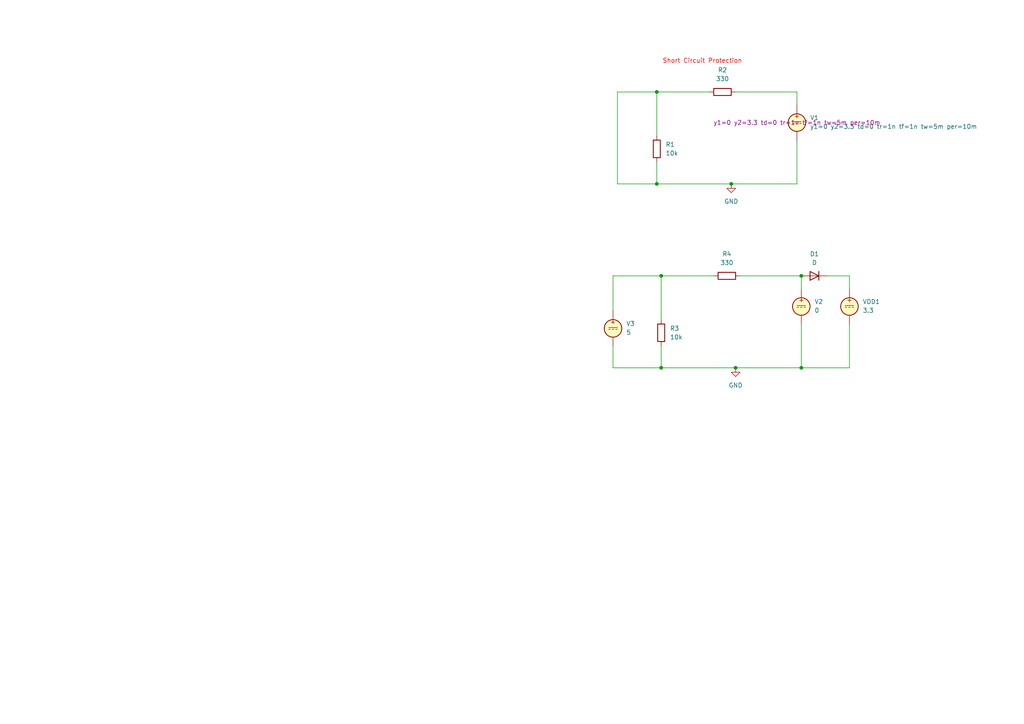
<source format=kicad_sch>
(kicad_sch (version 20250114) (generator "eeschema") (generator_version "9.0")
  (paper "A4")
  (lib_symbols
    (symbol "Device:D" (pin_numbers (hide yes)) (pin_names (offset 1.016) (hide yes))
      (property "Reference" "D" (at 0 2.54 0))
      (property "Value" "D" (at 0 -2.54 0))
      (symbol "D_0_1"
        (polyline (pts (xy -1.27 1.27) (xy -1.27 -1.27)) (stroke (width 0.254)))
        (polyline (pts (xy 1.27 1.27) (xy 1.27 -1.27) (xy -1.27 0) (xy 1.27 1.27)) (stroke (width 0.254)))
        (polyline (pts (xy 1.27 0) (xy -1.27 0)))
      )
      (symbol "D_1_1"
        (pin passive line (at -3.81 0 0) (length 2.54) (name "K") (number "1"))
        (pin passive line (at 3.81 0 180) (length 2.54) (name "A") (number "2"))
      )
    )
    (symbol "Device:R" (pin_numbers (hide yes)) (pin_names (offset 0))
      (property "Reference" "R" (at 2.032 0 90))
      (property "Value" "R" (at 0 0 90))
      (symbol "R_0_1"
        (rectangle (start -1.016 -2.54) (end 1.016 2.54) (stroke (width 0.254)))
      )
      (symbol "R_1_1"
        (pin passive line (at 0 3.81 270) (length 1.27) (name "~") (number "1"))
        (pin passive line (at 0 -3.81 90) (length 1.27) (name "~") (number "2"))
      )
    )
    (symbol "Simulation_SPICE:VDC" (pin_numbers (hide yes)) (pin_names (offset 0.0254))
      (property "Reference" "V" (at 2.54 2.54 0))
      (property "Value" "1" (at 2.54 0 0))
      (symbol "VDC_0_0"
        (polyline (pts (xy -1.27 0.254) (xy 1.27 0.254)))
        (polyline (pts (xy -0.762 -0.254) (xy -1.27 -0.254)))
        (polyline (pts (xy 0.254 -0.254) (xy -0.254 -0.254)))
        (polyline (pts (xy 1.27 -0.254) (xy 0.762 -0.254)))
        (text "+" (at 0 1.905 0) (effects (font (size 1.27 1.27))))
      )
      (symbol "VDC_0_1"
        (circle (center 0 0) (radius 2.54) (stroke (width 0.254)) (fill (type background)))
      )
      (symbol "VDC_1_1"
        (pin passive line (at 0 5.08 270) (length 2.54) (name "~") (number "1"))
        (pin passive line (at 0 -5.08 90) (length 2.54) (name "~") (number "2"))
      )
    )
    (symbol "power:GND" (power) (pin_numbers (hide yes)) (pin_names (offset 0) (hide yes))
      (property "Value" "GND" (at 0 -3.81 0))
      (symbol "GND_0_1"
        (polyline (pts (xy 0 0) (xy 0 -1.27) (xy 1.27 -1.27) (xy 0 -2.54) (xy -1.27 -1.27) (xy 0 -1.27)))
      )
      (symbol "GND_1_1"
        (pin power_in line (at 0 0 270) (length 0) (name "~") (number "1"))
      )
    )
  )
  (text "Short Circuit Protection" (at 203.708 17.78 0) (effects (font (size 1.27 1.27))))
  (junction (at 191.77 80.01))
  (junction (at 232.41 106.68))
  (junction (at 212.09 53.34))
  (junction (at 190.5 26.67))
  (junction (at 191.77 106.68))
  (junction (at 232.41 80.01))
  (junction (at 190.5 53.34))
  (junction (at 213.36 106.68))
  (wire (pts (xy 179.07 26.67) (xy 179.07 53.34)))
  (wire (pts (xy 177.8 106.68) (xy 191.77 106.68)))
  (wire (pts (xy 191.77 80.01) (xy 207.01 80.01)))
  (wire (pts (xy 191.77 100.33) (xy 191.77 106.68)))
  (wire (pts (xy 190.5 26.67) (xy 205.74 26.67)))
  (wire (pts (xy 231.14 40.64) (xy 231.14 53.34)))
  (wire (pts (xy 232.41 80.01) (xy 232.41 83.82)))
  (wire (pts (xy 240.03 80.01) (xy 246.38 80.01)))
  (wire (pts (xy 212.09 53.34) (xy 190.5 53.34)))
  (wire (pts (xy 232.41 106.68) (xy 213.36 106.68)))
  (wire (pts (xy 231.14 26.67) (xy 231.14 30.48)))
  (wire (pts (xy 246.38 93.98) (xy 246.38 106.68)))
  (wire (pts (xy 179.07 53.34) (xy 190.5 53.34)))
  (wire (pts (xy 246.38 106.68) (xy 232.41 106.68)))
  (wire (pts (xy 231.14 53.34) (xy 212.09 53.34)))
  (wire (pts (xy 191.77 106.68) (xy 213.36 106.68)))
  (wire (pts (xy 191.77 92.71) (xy 191.77 80.01)))
  (wire (pts (xy 177.8 90.17) (xy 177.8 80.01)))
  (wire (pts (xy 177.8 80.01) (xy 191.77 80.01)))
  (wire (pts (xy 190.5 46.99) (xy 190.5 53.34)))
  (wire (pts (xy 232.41 93.98) (xy 232.41 106.68)))
  (wire (pts (xy 213.36 26.67) (xy 231.14 26.67)))
  (wire (pts (xy 214.63 80.01) (xy 232.41 80.01)))
  (wire (pts (xy 246.38 80.01) (xy 246.38 83.82)))
  (wire (pts (xy 190.5 26.67) (xy 179.07 26.67)))
  (wire (pts (xy 177.8 100.33) (xy 177.8 106.68)))
  (wire (pts (xy 190.5 39.37) (xy 190.5 26.67)))
  (symbol (lib_id "Simulation_SPICE:VDC") (at 246.38 88.9 0) (unit 1)
    (property "Reference" "VDD1" (at 250.19 87.5001 0) (effects (justify left)))
    (property "Value" "3.3" (at 250.19 90.0401 0) (effects (justify left)))
    (property "Datasheet" "https://ngspice.sourceforge.io/docs/ngspice-html-manual/manual.xhtml#sec_Independent_Sources_for" (effects (hide yes)))
    (property "Description" "Voltage source, DC" (effects (hide yes)))
    (property "Sim.Pins" "1=+ 2=-" (effects (hide yes)))
    (property "Sim.Type" "DC" (effects (hide yes)))
    (property "Sim.Device" "V" (effects (hide yes)))
  )
  (symbol (lib_id "Device:R") (at 209.55 26.67 90) (unit 1)
    (property "Reference" "R2" (at 209.55 20.32 90))
    (property "Value" "330" (at 209.55 22.86 90))
    (property "Description" "Resistor" (effects (hide yes)))
  )
  (symbol (lib_id "Simulation_SPICE:VDC") (at 231.14 35.56 0) (unit 1)
    (property "Reference" "V1" (at 234.95 34.1601 0) (effects (justify left)))
    (property "Value" "${SIM.PARAMS}" (at 234.95 36.7001 0) (effects (justify left)))
    (property "Datasheet" "https://ngspice.sourceforge.io/docs/ngspice-html-manual/manual.xhtml#sec_Independent_Sources_for" (effects (hide yes)))
    (property "Description" "Voltage source, DC" (effects (hide yes)))
    (property "Sim.Pins" "1=+ 2=-" (effects (hide yes)))
    (property "Sim.Type" "PULSE" (effects (hide yes)))
    (property "Sim.Device" "V" (effects (hide yes)))
    (property "Sim.Params" "y1=0 y2=3.3 td=0 tr=1n tf=1n tw=5m per=10m" (at 231.14 35.56 0))
  )
  (symbol (lib_id "power:GND") (at 212.09 53.34 0) (unit 1)
    (property "Reference" "#PWR01" (effects (hide yes)))
    (property "Value" "GND" (at 212.09 58.42 0))
    (property "Description" "Power symbol creates a global label with name \"GND\" , ground" (effects (hide yes)))
  )
  (symbol (lib_id "Device:R") (at 210.82 80.01 90) (unit 1)
    (property "Reference" "R4" (at 210.82 73.66 90))
    (property "Value" "330" (at 210.82 76.2 90))
    (property "Description" "Resistor" (effects (hide yes)))
  )
  (symbol (lib_id "Device:R") (at 191.77 96.52 0) (unit 1)
    (property "Reference" "R3" (at 194.31 95.2499 0) (effects (justify left)))
    (property "Value" "10k" (at 194.31 97.7899 0) (effects (justify left)))
    (property "Description" "Resistor" (effects (hide yes)))
  )
  (symbol (lib_id "Device:D") (at 236.22 80.01 180) (unit 1)
    (property "Reference" "D1" (at 236.22 73.66 0))
    (property "Value" "D" (at 236.22 76.2 0))
    (property "Description" "Diode" (effects (hide yes)))
    (property "Sim.Device" "D" (effects (hide yes)))
    (property "Sim.Pins" "1=K 2=A" (effects (hide yes)))
  )
  (symbol (lib_id "Simulation_SPICE:VDC") (at 232.41 88.9 0) (unit 1)
    (property "Reference" "V2" (at 236.22 87.5001 0) (effects (justify left)))
    (property "Value" "0" (at 236.22 90.0401 0) (effects (justify left)))
    (property "Datasheet" "https://ngspice.sourceforge.io/docs/ngspice-html-manual/manual.xhtml#sec_Independent_Sources_for" (effects (hide yes)))
    (property "Description" "Voltage source, DC" (effects (hide yes)))
    (property "Sim.Pins" "1=+ 2=-" (effects (hide yes)))
    (property "Sim.Type" "DC" (effects (hide yes)))
    (property "Sim.Device" "V" (effects (hide yes)))
  )
  (symbol (lib_id "power:GND") (at 213.36 106.68 0) (unit 1)
    (property "Reference" "#PWR02" (effects (hide yes)))
    (property "Value" "GND" (at 213.36 111.76 0))
    (property "Description" "Power symbol creates a global label with name \"GND\" , ground" (effects (hide yes)))
  )
  (symbol (lib_id "Simulation_SPICE:VDC") (at 177.8 95.25 0) (unit 1)
    (property "Reference" "V3" (at 181.61 93.8501 0) (effects (justify left)))
    (property "Value" "5" (at 181.61 96.3901 0) (effects (justify left)))
    (property "Datasheet" "https://ngspice.sourceforge.io/docs/ngspice-html-manual/manual.xhtml#sec_Independent_Sources_for" (effects (hide yes)))
    (property "Description" "Voltage source, DC" (effects (hide yes)))
    (property "Sim.Pins" "1=+ 2=-" (effects (hide yes)))
    (property "Sim.Type" "DC" (effects (hide yes)))
    (property "Sim.Device" "V" (effects (hide yes)))
  )
  (symbol (lib_id "Device:R") (at 190.5 43.18 0) (unit 1)
    (property "Reference" "R1" (at 193.04 41.9099 0) (effects (justify left)))
    (property "Value" "10k" (at 193.04 44.4499 0) (effects (justify left)))
    (property "Description" "Resistor" (effects (hide yes)))
  )
)
</source>
